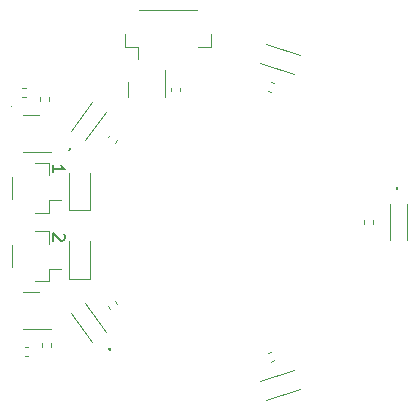
<source format=gbr>
%TF.GenerationSoftware,KiCad,Pcbnew,(6.0.7)*%
%TF.CreationDate,2022-10-21T23:46:11+08:00*%
%TF.ProjectId,pcb_middle,7063625f-6d69-4646-946c-652e6b696361,rev?*%
%TF.SameCoordinates,Original*%
%TF.FileFunction,Legend,Top*%
%TF.FilePolarity,Positive*%
%FSLAX46Y46*%
G04 Gerber Fmt 4.6, Leading zero omitted, Abs format (unit mm)*
G04 Created by KiCad (PCBNEW (6.0.7)) date 2022-10-21 23:46:11*
%MOMM*%
%LPD*%
G01*
G04 APERTURE LIST*
%ADD10C,0.150000*%
%ADD11C,0.120000*%
%ADD12C,0.200000*%
%ADD13C,0.100000*%
G04 APERTURE END LIST*
D10*
X-13847619Y-1014285D02*
X-13800000Y-1061904D01*
X-13752380Y-1157142D01*
X-13752380Y-1395238D01*
X-13800000Y-1490476D01*
X-13847619Y-1538095D01*
X-13942857Y-1585714D01*
X-14038095Y-1585714D01*
X-14180952Y-1538095D01*
X-14752380Y-966666D01*
X-14752380Y-1585714D01*
X-14752380Y4214285D02*
X-14752380Y4785714D01*
X-14752380Y4500000D02*
X-13752380Y4500000D01*
X-13895238Y4595238D01*
X-13990476Y4690476D01*
X-14038095Y4785714D01*
D11*
%TO.C,J3*%
X-18209999Y-3839999D02*
X-18209999Y-1959999D01*
X-15089999Y-3959999D02*
X-14099999Y-3959999D01*
X-15089999Y-789999D02*
X-15089999Y-1839999D01*
X-16239999Y-5009999D02*
X-15089999Y-5009999D01*
X-16239999Y-789999D02*
X-15089999Y-789999D01*
X-15089999Y-5009999D02*
X-15089999Y-3959999D01*
%TO.C,R3*%
X-10105938Y7152483D02*
X-9925323Y7401080D01*
X-9491085Y6705766D02*
X-9310470Y6954363D01*
%TO.C,R2*%
X-15880000Y10553641D02*
X-15880000Y10246359D01*
X-15120000Y10553641D02*
X-15120000Y10246359D01*
%TO.C,Q2*%
X-5240000Y11199998D02*
X-5240000Y10549998D01*
X-8360000Y11199998D02*
X-8360000Y10549998D01*
X-8360000Y11199998D02*
X-8360000Y11849998D01*
X-5240000Y11199998D02*
X-5240000Y12874998D01*
%TO.C,Q3*%
X-16600000Y-9059998D02*
X-14925000Y-9059998D01*
X-16600000Y-5939998D02*
X-17250000Y-5939998D01*
X-16600000Y-9059998D02*
X-17250000Y-9059998D01*
X-16600000Y-5939998D02*
X-15950000Y-5939998D01*
D12*
%TO.C,D2*%
X-13354422Y6117958D02*
X-13354422Y6117958D01*
D13*
X-11415380Y10147861D02*
X-11415380Y10147861D01*
D12*
X-13295643Y6198860D02*
X-13295643Y6198860D01*
D13*
X-11415380Y10147861D02*
X-13178736Y7720810D01*
X-13178736Y7720810D02*
X-11415380Y10147861D01*
X-12046112Y6897911D02*
X-10282756Y9324962D01*
X-10282756Y9324962D02*
X-12046112Y6897911D01*
X-13178736Y7720810D02*
X-13178736Y7720810D01*
D12*
X-13295643Y6198860D02*
X-13295643Y6198860D01*
D13*
X-12046112Y6897911D02*
X-12046112Y6897911D01*
X-10282756Y9324962D02*
X-10282756Y9324962D01*
D12*
X-13295642Y6198861D02*
G75*
G03*
X-13354422Y6117958I-29390J-40452D01*
G01*
X-13354422Y6117958D02*
G75*
G03*
X-13295643Y6198860I29390J40451D01*
G01*
X-13295642Y6198861D02*
G75*
G03*
X-13354422Y6117958I-29390J-40452D01*
G01*
D11*
%TO.C,R1*%
X11620001Y153641D02*
X11620001Y-153641D01*
X12380001Y153641D02*
X12380001Y-153641D01*
%TO.C,D7*%
X-13350001Y-4800000D02*
X-11650001Y-4800000D01*
X-13350001Y-4800000D02*
X-13350001Y-1650000D01*
X-11650001Y-4800000D02*
X-11650001Y-1650000D01*
%TO.C,R10*%
X-17153641Y-11380000D02*
X-16846359Y-11380000D01*
X-17153641Y-10620000D02*
X-16846359Y-10620000D01*
D13*
%TO.C,D8*%
X-18240000Y9800001D02*
G75*
G03*
X-18240000Y9800001I-50000J0D01*
G01*
D11*
%TO.C,D3*%
X-13350000Y1000001D02*
X-13350000Y4150001D01*
X-11650000Y1000001D02*
X-11650000Y4150001D01*
X-13350000Y1000001D02*
X-11650000Y1000001D01*
%TO.C,R9*%
X-17353642Y10620000D02*
X-17046360Y10620000D01*
X-17353642Y11380000D02*
X-17046360Y11380000D01*
%TO.C,J1*%
X-8610002Y15940002D02*
X-8610002Y14790002D01*
X-7440002Y17910002D02*
X-2560002Y17910002D01*
X-8610002Y14790002D02*
X-7560002Y14790002D01*
X-1390002Y14790002D02*
X-2440002Y14790002D01*
X-1390002Y15940002D02*
X-1390002Y14790002D01*
X-7560002Y14790002D02*
X-7560002Y13800002D01*
D13*
%TO.C,D9*%
X-18039999Y-9800001D02*
G75*
G03*
X-18039999Y-9800001I-50000J0D01*
G01*
D11*
%TO.C,R4*%
X-9310470Y-6954363D02*
X-9491085Y-6705766D01*
X-9925323Y-7401080D02*
X-10105938Y-7152483D01*
%TO.C,D6*%
X5653937Y-12546927D02*
X2800767Y-13473978D01*
X6160725Y-14106660D02*
X3307555Y-15033711D01*
%TO.C,R5*%
X3444656Y11098754D02*
X3736899Y11003799D01*
X3679509Y11821557D02*
X3971752Y11726602D01*
D13*
%TO.C,D4*%
X-11415380Y-10147861D02*
X-13178736Y-7720810D01*
X-10282756Y-9324962D02*
X-12046112Y-6897911D01*
D12*
X-9945267Y-10810257D02*
X-9945267Y-10810257D01*
X-10004046Y-10729355D02*
X-10004046Y-10729355D01*
D13*
X-11415380Y-10147861D02*
X-11415380Y-10147861D01*
X-12046112Y-6897911D02*
X-12046112Y-6897911D01*
X-13178736Y-7720810D02*
X-11415380Y-10147861D01*
X-13178736Y-7720810D02*
X-13178736Y-7720810D01*
X-12046112Y-6897911D02*
X-10282756Y-9324962D01*
X-10282756Y-9324962D02*
X-10282756Y-9324962D01*
D12*
X-10004046Y-10729355D02*
X-10004046Y-10729355D01*
X-10004046Y-10729355D02*
G75*
G03*
X-9945267Y-10810257I29390J-40451D01*
G01*
X-10004046Y-10729355D02*
G75*
G03*
X-9945267Y-10810257I29390J-40451D01*
G01*
X-9945266Y-10810258D02*
G75*
G03*
X-10004046Y-10729355I-29390J40452D01*
G01*
D13*
%TO.C,D1*%
X13800000Y1500000D02*
X13800000Y1500000D01*
X13800000Y-1500000D02*
X13800000Y1500000D01*
X13800000Y1500000D02*
X13800000Y-1500000D01*
X13800000Y-1500000D02*
X13800000Y-1500000D01*
D12*
X14400000Y2800000D02*
X14400000Y2800000D01*
D13*
X15200000Y1500000D02*
X15200000Y-1500000D01*
D12*
X14400000Y2900000D02*
X14400000Y2900000D01*
D13*
X15200000Y-1500000D02*
X15200000Y1500000D01*
X15200000Y-1500000D02*
X15200000Y-1500000D01*
X15200000Y1500000D02*
X15200000Y1500000D01*
D12*
X14400000Y2800000D02*
X14400000Y2800000D01*
X14400000Y2800000D02*
G75*
G03*
X14400000Y2900000I0J50000D01*
G01*
X14400000Y2900000D02*
G75*
G03*
X14400000Y2800000I0J-50000D01*
G01*
X14400000Y2800000D02*
G75*
G03*
X14400000Y2900000I0J50000D01*
G01*
D11*
%TO.C,Q1*%
X-16600000Y9060000D02*
X-15950000Y9060000D01*
X-16600000Y5940000D02*
X-14925000Y5940000D01*
X-16600000Y5940000D02*
X-17250000Y5940000D01*
X-16600000Y9060000D02*
X-17250000Y9060000D01*
%TO.C,R8*%
X3736899Y-11003799D02*
X3444656Y-11098754D01*
X3971752Y-11726602D02*
X3679509Y-11821557D01*
%TO.C,J2*%
X-15089999Y790001D02*
X-15089999Y1840001D01*
X-15089999Y5010001D02*
X-15089999Y3960001D01*
X-18209999Y1960001D02*
X-18209999Y3840001D01*
X-16239999Y5010001D02*
X-15089999Y5010001D01*
X-15089999Y1840001D02*
X-14099999Y1840001D01*
X-16239999Y790001D02*
X-15089999Y790001D01*
%TO.C,D5*%
X3307555Y15033711D02*
X6160725Y14106660D01*
X2800767Y13473978D02*
X5653937Y12546927D01*
%TO.C,R6*%
X-4020001Y11353641D02*
X-4020001Y11046359D01*
X-4780001Y11353641D02*
X-4780001Y11046359D01*
%TO.C,R7*%
X-15680001Y-10246359D02*
X-15680001Y-10553641D01*
X-14920001Y-10246359D02*
X-14920001Y-10553641D01*
%TD*%
M02*

</source>
